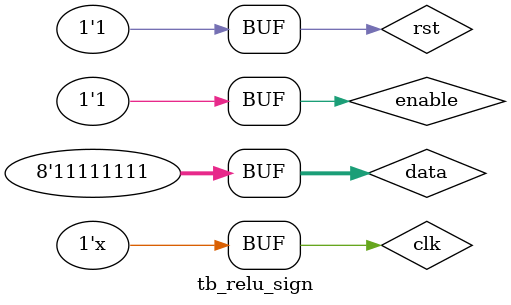
<source format=v>
`timescale 1ns / 1ps


module tb_relu_sign(

    );
    
    reg clk;
    reg rst;
    reg enable;
    reg     signed      [7:0]   data;
    wire    signed      [7:0]   dataOut;
    wire ready;
    
    
    relu_sign    tb_0(
    .iClk(clk),
    .iRst(rst),
    
    //data 
    .data(data),
    .dataOut(dataOut),    
    
    //control,
    .enable(enable),
    .rdy(ready)
    );
    
    initial
    begin
        clk =  0;
        rst =  0;
        #1  rst =   1;
        #1  rst =   0;
        #1  rst =   1;
        enable  =   1;
#15 data=8'sb00000000;
#15 data=8'sb00000001;
#15 data=8'sb00000010;
#15 data=8'sb00000011;
#15 data=8'sb00000100;
#15 data=8'sb00000101;
#15 data=8'sb00000110;
#15 data=8'sb00000111;
#15 data=8'sb00001000;
#15 data=8'sb00001001;
#15 data=8'sb00001010;
#15 data=8'sb00001011;
#15 data=8'sb00001100;
#15 data=8'sb00001101;
#15 data=8'sb00001110;
#15 data=8'sb00001111;
#15 data=8'sb00010000;
#15 data=8'sb00010001;
#15 data=8'sb00010010;
#15 data=8'sb00010011;
#15 data=8'sb00010100;
#15 data=8'sb00010101;
#15 data=8'sb00010110;
#15 data=8'sb00010111;
#15 data=8'sb00011000;
#15 data=8'sb00011001;
#15 data=8'sb00011010;
#15 data=8'sb00011011;
#15 data=8'sb00011100;
#15 data=8'sb00011101;
#15 data=8'sb00011110;
#15 data=8'sb00011111;
#15 data=8'sb00100000;
#15 data=8'sb00100001;
#15 data=8'sb00100010;
#15 data=8'sb00100011;
#15 data=8'sb00100100;
#15 data=8'sb00100101;
#15 data=8'sb00100110;
#15 data=8'sb00100111;
#15 data=8'sb00101000;
#15 data=8'sb00101001;
#15 data=8'sb00101010;
#15 data=8'sb00101011;
#15 data=8'sb00101100;
#15 data=8'sb00101101;
#15 data=8'sb00101110;
#15 data=8'sb00101111;
#15 data=8'sb00110000;
#15 data=8'sb00110001;
#15 data=8'sb00110010;
#15 data=8'sb00110011;
#15 data=8'sb00110100;
#15 data=8'sb00110101;
#15 data=8'sb00110110;
#15 data=8'sb00110111;
#15 data=8'sb00111000;
#15 data=8'sb00111001;
#15 data=8'sb00111010;
#15 data=8'sb00111011;
#15 data=8'sb00111100;
#15 data=8'sb00111101;
#15 data=8'sb00111110;
#15 data=8'sb00111111;
#15 data=8'sb01000000;
#15 data=8'sb01000001;
#15 data=8'sb01000010;
#15 data=8'sb01000011;
#15 data=8'sb01000100;
#15 data=8'sb01000101;
#15 data=8'sb01000110;
#15 data=8'sb01000111;
#15 data=8'sb01001000;
#15 data=8'sb01001001;
#15 data=8'sb01001010;
#15 data=8'sb01001011;
#15 data=8'sb01001100;
#15 data=8'sb01001101;
#15 data=8'sb01001110;
#15 data=8'sb01001111;
#15 data=8'sb01010000;
#15 data=8'sb01010001;
#15 data=8'sb01010010;
#15 data=8'sb01010011;
#15 data=8'sb01010100;
#15 data=8'sb01010101;
#15 data=8'sb01010110;
#15 data=8'sb01010111;
#15 data=8'sb01011000;
#15 data=8'sb01011001;
#15 data=8'sb01011010;
#15 data=8'sb01011011;
#15 data=8'sb01011100;
#15 data=8'sb01011101;
#15 data=8'sb01011110;
#15 data=8'sb01011111;
#15 data=8'sb01100000;
#15 data=8'sb01100001;
#15 data=8'sb01100010;
#15 data=8'sb01100011;
#15 data=8'sb01100100;
#15 data=8'sb01100101;
#15 data=8'sb01100110;
#15 data=8'sb01100111;
#15 data=8'sb01101000;
#15 data=8'sb01101001;
#15 data=8'sb01101010;
#15 data=8'sb01101011;
#15 data=8'sb01101100;
#15 data=8'sb01101101;
#15 data=8'sb01101110;
#15 data=8'sb01101111;
#15 data=8'sb01110000;
#15 data=8'sb01110001;
#15 data=8'sb01110010;
#15 data=8'sb01110011;
#15 data=8'sb01110100;
#15 data=8'sb01110101;
#15 data=8'sb01110110;
#15 data=8'sb01110111;
#15 data=8'sb01111000;
#15 data=8'sb01111001;
#15 data=8'sb01111010;
#15 data=8'sb01111011;
#15 data=8'sb01111100;
#15 data=8'sb01111101;
#15 data=8'sb01111110;
#15 data=8'sb01111111;
#15 data=8'sb10000000;
#15 data=8'sb10000001;
#15 data=8'sb10000010;
#15 data=8'sb10000011;
#15 data=8'sb10000100;
#15 data=8'sb10000101;
#15 data=8'sb10000110;
#15 data=8'sb10000111;
#15 data=8'sb10001000;
#15 data=8'sb10001001;
#15 data=8'sb10001010;
#15 data=8'sb10001011;
#15 data=8'sb10001100;
#15 data=8'sb10001101;
#15 data=8'sb10001110;
#15 data=8'sb10001111;
#15 data=8'sb10010000;
#15 data=8'sb10010001;
#15 data=8'sb10010010;
#15 data=8'sb10010011;
#15 data=8'sb10010100;
#15 data=8'sb10010101;
#15 data=8'sb10010110;
#15 data=8'sb10010111;
#15 data=8'sb10011000;
#15 data=8'sb10011001;
#15 data=8'sb10011010;
#15 data=8'sb10011011;
#15 data=8'sb10011100;
#15 data=8'sb10011101;
#15 data=8'sb10011110;
#15 data=8'sb10011111;
#15 data=8'sb10100000;
#15 data=8'sb10100001;
#15 data=8'sb10100010;
#15 data=8'sb10100011;
#15 data=8'sb10100100;
#15 data=8'sb10100101;
#15 data=8'sb10100110;
#15 data=8'sb10100111;
#15 data=8'sb10101000;
#15 data=8'sb10101001;
#15 data=8'sb10101010;
#15 data=8'sb10101011;
#15 data=8'sb10101100;
#15 data=8'sb10101101;
#15 data=8'sb10101110;
#15 data=8'sb10101111;
#15 data=8'sb10110000;
#15 data=8'sb10110001;
#15 data=8'sb10110010;
#15 data=8'sb10110011;
#15 data=8'sb10110100;
#15 data=8'sb10110101;
#15 data=8'sb10110110;
#15 data=8'sb10110111;
#15 data=8'sb10111000;
#15 data=8'sb10111001;
#15 data=8'sb10111010;
#15 data=8'sb10111011;
#15 data=8'sb10111100;
#15 data=8'sb10111101;
#15 data=8'sb10111110;
#15 data=8'sb10111111;
#15 data=8'sb11000000;
#15 data=8'sb11000001;
#15 data=8'sb11000010;
#15 data=8'sb11000011;
#15 data=8'sb11000100;
#15 data=8'sb11000101;
#15 data=8'sb11000110;
#15 data=8'sb11000111;
#15 data=8'sb11001000;
#15 data=8'sb11001001;
#15 data=8'sb11001010;
#15 data=8'sb11001011;
#15 data=8'sb11001100;
#15 data=8'sb11001101;
#15 data=8'sb11001110;
#15 data=8'sb11001111;
#15 data=8'sb11010000;
#15 data=8'sb11010001;
#15 data=8'sb11010010;
#15 data=8'sb11010011;
#15 data=8'sb11010100;
#15 data=8'sb11010101;
#15 data=8'sb11010110;
#15 data=8'sb11010111;
#15 data=8'sb11011000;
#15 data=8'sb11011001;
#15 data=8'sb11011010;
#15 data=8'sb11011011;
#15 data=8'sb11011100;
#15 data=8'sb11011101;
#15 data=8'sb11011110;
#15 data=8'sb11011111;
#15 data=8'sb11100000;
#15 data=8'sb11100001;
#15 data=8'sb11100010;
#15 data=8'sb11100011;
#15 data=8'sb11100100;
#15 data=8'sb11100101;
#15 data=8'sb11100110;
#15 data=8'sb11100111;
#15 data=8'sb11101000;
#15 data=8'sb11101001;
#15 data=8'sb11101010;
#15 data=8'sb11101011;
#15 data=8'sb11101100;
#15 data=8'sb11101101;
#15 data=8'sb11101110;
#15 data=8'sb11101111;
#15 data=8'sb11110000;
#15 data=8'sb11110001;
#15 data=8'sb11110010;
#15 data=8'sb11110011;
#15 data=8'sb11110100;
#15 data=8'sb11110101;
#15 data=8'sb11110110;
#15 data=8'sb11110111;
#15 data=8'sb11111000;
#15 data=8'sb11111001;
#15 data=8'sb11111010;
#15 data=8'sb11111011;
#15 data=8'sb11111100;
#15 data=8'sb11111101;
#15 data=8'sb11111110;
#15 data=8'sb11111111;
      
    end
    
    always # 5 clk = ~ clk;
    
endmodule

</source>
